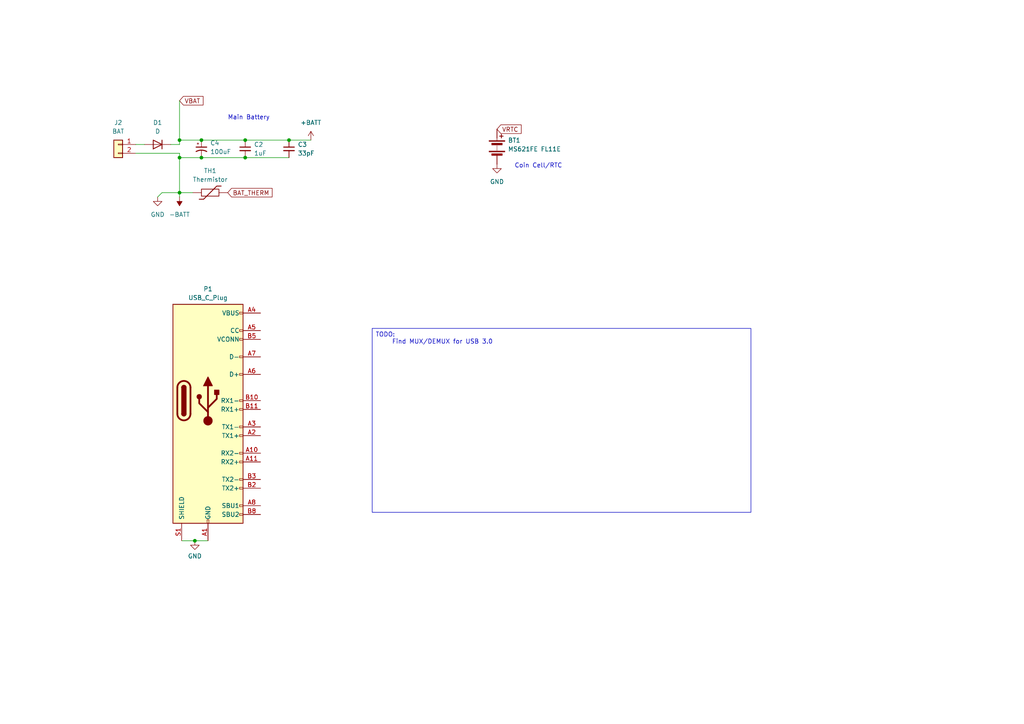
<source format=kicad_sch>
(kicad_sch (version 20230121) (generator eeschema)
  (paper "A4")
  (title_block (title "FusionX") (date "2023-08-15") (rev "1") (comment 1 "License: The Unlicense") (comment 4 "SC600Y Based Smartphone"))
  (lib_symbols
    (symbol "Connector:USB_C_Plug" (pin_names (offset 1.016))
      (property "Reference" "P" (at -10.16 29.21 0))
      (property "Value" "USB_C_Plug" (at 10.16 29.21 0))
      (symbol "USB_C_Plug_0_0"
        (rectangle (start -0.254 -35.56) (end 0.254 -34.544))
        (rectangle (start 10.16 -32.766) (end 9.144 -33.274))
        (rectangle (start 10.16 -30.226) (end 9.144 -30.734))
        (rectangle (start 10.16 -25.146) (end 9.144 -25.654))
        (rectangle (start 10.16 -22.606) (end 9.144 -23.114))
        (rectangle (start 10.16 -17.526) (end 9.144 -18.034))
        (rectangle (start 10.16 -14.986) (end 9.144 -15.494))
        (rectangle (start 10.16 -9.906) (end 9.144 -10.414))
        (rectangle (start 10.16 -7.366) (end 9.144 -7.874))
        (rectangle (start 10.16 -2.286) (end 9.144 -2.794))
        (rectangle (start 10.16 0.254) (end 9.144 -0.254))
        (rectangle (start 10.16 7.874) (end 9.144 7.366))
        (rectangle (start 10.16 12.954) (end 9.144 12.446))
        (rectangle (start 10.16 18.034) (end 9.144 17.526))
        (rectangle (start 10.16 20.574) (end 9.144 20.066))
        (rectangle (start 10.16 25.654) (end 9.144 25.146))
      )
      (symbol "USB_C_Plug_0_1"
        (rectangle (start -10.16 27.94) (end 10.16 -35.56) (stroke (width 0.254)) (fill (type background)))
        (arc (start -8.89 -3.81) (mid -6.985 -5.7067) (end -5.08 -3.81) (stroke (width 0.508)))
        (arc (start -7.62 -3.81) (mid -6.985 -4.4423) (end -6.35 -3.81) (stroke (width 0.254)))
        (arc (start -7.62 -3.81) (mid -6.985 -4.4423) (end -6.35 -3.81) (stroke (width 0.254)) (fill (type outline)))
        (rectangle (start -7.62 -3.81) (end -6.35 3.81) (stroke (width 0.254)) (fill (type outline)))
        (arc (start -6.35 3.81) (mid -6.985 4.4423) (end -7.62 3.81) (stroke (width 0.254)))
        (arc (start -6.35 3.81) (mid -6.985 4.4423) (end -7.62 3.81) (stroke (width 0.254)) (fill (type outline)))
        (arc (start -5.08 3.81) (mid -6.985 5.7067) (end -8.89 3.81) (stroke (width 0.508)))
        (polyline (pts (xy -8.89 -3.81) (xy -8.89 3.81)) (stroke (width 0.508)))
        (polyline (pts (xy -5.08 3.81) (xy -5.08 -3.81)) (stroke (width 0.508)))
      )
      (symbol "USB_C_Plug_1_1"
        (circle (center -2.54 1.143) (radius 0.635) (stroke (width 0.254)) (fill (type outline)))
        (circle (center 0 -5.842) (radius 1.27) (fill (type outline)))
        (polyline (pts (xy 0 -5.842) (xy 0 4.318)) (stroke (width 0.508)))
        (polyline (pts (xy 0 -3.302) (xy -2.54 -0.762) (xy -2.54 0.508)) (stroke (width 0.508)))
        (polyline (pts (xy 0 -2.032) (xy 2.54 0.508) (xy 2.54 1.778)) (stroke (width 0.508)))
        (polyline (pts (xy -1.27 4.318) (xy 0 6.858) (xy 1.27 4.318) (xy -1.27 4.318)) (stroke (width 0.254)) (fill (type outline)))
        (rectangle (start 1.905 1.778) (end 3.175 3.048) (stroke (width 0.254)) (fill (type outline)))
        (pin passive line (at 0 -40.64 90) (length 5.08) (name "GND") (number "A1"))
        (pin bidirectional line (at 15.24 -15.24 180) (length 5.08) (name "RX2-") (number "A10"))
        (pin bidirectional line (at 15.24 -17.78 180) (length 5.08) (name "RX2+") (number "A11"))
        (pin passive line (at 0 -40.64 90) (length 5.08) hide (name "GND") (number "A12"))
        (pin bidirectional line (at 15.24 -10.16 180) (length 5.08) (name "TX1+") (number "A2"))
        (pin bidirectional line (at 15.24 -7.62 180) (length 5.08) (name "TX1-") (number "A3"))
        (pin passive line (at 15.24 25.4 180) (length 5.08) (name "VBUS") (number "A4"))
        (pin bidirectional line (at 15.24 20.32 180) (length 5.08) (name "CC") (number "A5"))
        (pin bidirectional line (at 15.24 7.62 180) (length 5.08) (name "D+") (number "A6"))
        (pin bidirectional line (at 15.24 12.7 180) (length 5.08) (name "D-") (number "A7"))
        (pin bidirectional line (at 15.24 -30.48 180) (length 5.08) (name "SBU1") (number "A8"))
        (pin passive line (at 15.24 25.4 180) (length 5.08) hide (name "VBUS") (number "A9"))
        (pin passive line (at 0 -40.64 90) (length 5.08) hide (name "GND") (number "B1"))
        (pin bidirectional line (at 15.24 0 180) (length 5.08) (name "RX1-") (number "B10"))
        (pin bidirectional line (at 15.24 -2.54 180) (length 5.08) (name "RX1+") (number "B11"))
        (pin passive line (at 0 -40.64 90) (length 5.08) hide (name "GND") (number "B12"))
        (pin bidirectional line (at 15.24 -25.4 180) (length 5.08) (name "TX2+") (number "B2"))
        (pin bidirectional line (at 15.24 -22.86 180) (length 5.08) (name "TX2-") (number "B3"))
        (pin passive line (at 15.24 25.4 180) (length 5.08) hide (name "VBUS") (number "B4"))
        (pin bidirectional line (at 15.24 17.78 180) (length 5.08) (name "VCONN") (number "B5"))
        (pin bidirectional line (at 15.24 -33.02 180) (length 5.08) (name "SBU2") (number "B8"))
        (pin passive line (at 15.24 25.4 180) (length 5.08) hide (name "VBUS") (number "B9"))
        (pin passive line (at -7.62 -40.64 90) (length 5.08) (name "SHIELD") (number "S1"))
      )
    )
    (symbol "Connector_Generic:Conn_01x02" (pin_names (offset 1.016) hide)
      (property "Reference" "J" (at 0 2.54 0))
      (property "Value" "Conn_01x02" (at 0 -5.08 0))
      (symbol "Conn_01x02_1_1"
        (rectangle (start -1.27 -2.413) (end 0 -2.667) (stroke (width 0.1524)))
        (rectangle (start -1.27 0.127) (end 0 -0.127) (stroke (width 0.1524)))
        (rectangle (start -1.27 1.27) (end 1.27 -3.81) (stroke (width 0.254)) (fill (type background)))
        (pin passive line (at -5.08 0 0) (length 3.81) (name "Pin_1") (number "1"))
        (pin passive line (at -5.08 -2.54 0) (length 3.81) (name "Pin_2") (number "2"))
      )
    )
    (symbol "Device:Battery" (pin_numbers hide) (pin_names (offset 0) hide)
      (property "Reference" "BT" (at 2.54 2.54 0))
      (property "Value" "Battery" (at 2.54 0 0))
      (symbol "Battery_0_1"
        (rectangle (start -2.286 -1.27) (end 2.286 -1.524) (fill (type outline)))
        (rectangle (start -2.286 1.778) (end 2.286 1.524) (fill (type outline)))
        (rectangle (start -1.524 -2.032) (end 1.524 -2.54) (fill (type outline)))
        (rectangle (start -1.524 1.016) (end 1.524 0.508) (fill (type outline)))
        (polyline (pts (xy 0 -1.016) (xy 0 -0.762)))
        (polyline (pts (xy 0 -0.508) (xy 0 -0.254)))
        (polyline (pts (xy 0 0) (xy 0 0.254)))
        (polyline (pts (xy 0 1.778) (xy 0 2.54)))
        (polyline (pts (xy 0.762 3.048) (xy 1.778 3.048)) (stroke (width 0.254)))
        (polyline (pts (xy 1.27 3.556) (xy 1.27 2.54)) (stroke (width 0.254)))
      )
      (symbol "Battery_1_1"
        (pin passive line (at 0 5.08 270) (length 2.54) (name "+") (number "1"))
        (pin passive line (at 0 -5.08 90) (length 2.54) (name "-") (number "2"))
      )
    )
    (symbol "Device:C_Polarized_Small_US" (pin_numbers hide) (pin_names (offset 0.254) hide)
      (property "Reference" "C" (at 0.254 1.778 0))
      (property "Value" "C_Polarized_Small_US" (at 0.254 -2.032 0))
      (symbol "C_Polarized_Small_US_0_1"
        (polyline (pts (xy -1.524 0.508) (xy 1.524 0.508)) (stroke (width 0.3048)))
        (polyline (pts (xy -1.27 1.524) (xy -0.762 1.524)))
        (polyline (pts (xy -1.016 1.27) (xy -1.016 1.778)))
        (arc (start 1.524 -0.762) (mid 0 -0.3734) (end -1.524 -0.762) (stroke (width 0.3048)))
      )
      (symbol "C_Polarized_Small_US_1_1"
        (pin passive line (at 0 2.54 270) (length 2.032) (name "~") (number "1"))
        (pin passive line (at 0 -2.54 90) (length 2.032) (name "~") (number "2"))
      )
    )
    (symbol "Device:C_Small" (pin_numbers hide) (pin_names (offset 0.254) hide)
      (property "Reference" "C" (at 0.254 1.778 0))
      (property "Value" "C_Small" (at 0.254 -2.032 0))
      (symbol "C_Small_0_1"
        (polyline (pts (xy -1.524 -0.508) (xy 1.524 -0.508)) (stroke (width 0.3302)))
        (polyline (pts (xy -1.524 0.508) (xy 1.524 0.508)) (stroke (width 0.3048)))
      )
      (symbol "C_Small_1_1"
        (pin passive line (at 0 2.54 270) (length 2.032) (name "~") (number "1"))
        (pin passive line (at 0 -2.54 90) (length 2.032) (name "~") (number "2"))
      )
    )
    (symbol "Device:D" (pin_numbers hide) (pin_names (offset 1.016) hide)
      (property "Reference" "D" (at 0 2.54 0))
      (property "Value" "D" (at 0 -2.54 0))
      (symbol "D_0_1"
        (polyline (pts (xy -1.27 1.27) (xy -1.27 -1.27)) (stroke (width 0.254)))
        (polyline (pts (xy 1.27 0) (xy -1.27 0)))
        (polyline (pts (xy 1.27 1.27) (xy 1.27 -1.27) (xy -1.27 0) (xy 1.27 1.27)) (stroke (width 0.254)))
      )
      (symbol "D_1_1"
        (pin passive line (at -3.81 0 0) (length 2.54) (name "K") (number "1"))
        (pin passive line (at 3.81 0 180) (length 2.54) (name "A") (number "2"))
      )
    )
    (symbol "Device:Thermistor" (pin_numbers hide) (pin_names (offset 0))
      (property "Reference" "TH" (at 2.54 1.27 90))
      (property "Value" "Thermistor" (at -2.54 0 90))
      (symbol "Thermistor_0_1"
        (rectangle (start -1.016 2.54) (end 1.016 -2.54) (stroke (width 0.2032)))
        (polyline (pts (xy -1.905 3.175) (xy -1.905 1.905) (xy 1.905 -1.905) (xy 1.905 -3.175) (xy 1.905 -3.175)) (stroke (width 0.254)))
      )
      (symbol "Thermistor_1_1"
        (pin passive line (at 0 5.08 270) (length 2.54) (name "~") (number "1"))
        (pin passive line (at 0 -5.08 90) (length 2.54) (name "~") (number "2"))
      )
    )
    (symbol "power:+BATT" (power) (pin_names (offset 0))
      (property "Value" "+BATT" (at 0 3.556 0))
      (symbol "+BATT_0_1"
        (polyline (pts (xy -0.762 1.27) (xy 0 2.54)))
        (polyline (pts (xy 0 0) (xy 0 2.54)))
        (polyline (pts (xy 0 2.54) (xy 0.762 1.27)))
      )
      (symbol "+BATT_1_1"
        (pin power_in line (at 0 0 90) (length 0) hide (name "+BATT") (number "1"))
      )
    )
    (symbol "power:-BATT" (power) (pin_names (offset 0))
      (property "Value" "-BATT" (at 0 3.556 0))
      (symbol "-BATT_0_1"
        (polyline (pts (xy 0 0) (xy 0 2.54)))
        (polyline (pts (xy 0.762 1.27) (xy -0.762 1.27) (xy 0 2.54) (xy 0.762 1.27)) (fill (type outline)))
      )
      (symbol "-BATT_1_1"
        (pin power_in line (at 0 0 90) (length 0) hide (name "-BATT") (number "1"))
      )
    )
    (symbol "power:GND" (power) (pin_names (offset 0))
      (property "Value" "GND" (at 0 -3.81 0))
      (symbol "GND_0_1"
        (polyline (pts (xy 0 0) (xy 0 -1.27) (xy 1.27 -1.27) (xy 0 -2.54) (xy -1.27 -1.27) (xy 0 -1.27)))
      )
      (symbol "GND_1_1"
        (pin power_in line (at 0 0 270) (length 0) hide (name "GND") (number "1"))
      )
    )
  )
  (junction (at 52.07 40.64))
  (junction (at 56.515 156.845))
  (junction (at 83.82 40.64))
  (junction (at 71.12 40.64))
  (junction (at 58.42 40.64))
  (junction (at 52.07 45.72))
  (junction (at 58.42 45.72))
  (junction (at 52.07 55.88))
  (junction (at 71.12 45.72))
  (wire (pts (xy 71.12 45.72) (xy 83.82 45.72)))
  (wire (pts (xy 52.07 45.72) (xy 52.07 55.88)))
  (wire (pts (xy 49.53 41.91) (xy 52.07 41.91)))
  (wire (pts (xy 46.99 55.88) (xy 45.72 57.15)))
  (wire (pts (xy 39.37 44.45) (xy 52.07 44.45)))
  (wire (pts (xy 52.07 45.72) (xy 58.42 45.72)))
  (wire (pts (xy 58.42 45.72) (xy 71.12 45.72)))
  (wire (pts (xy 58.42 40.64) (xy 71.12 40.64)))
  (wire (pts (xy 52.07 29.21) (xy 52.07 40.64)))
  (wire (pts (xy 52.07 55.88) (xy 55.88 55.88)))
  (wire (pts (xy 71.12 40.64) (xy 83.82 40.64)))
  (wire (pts (xy 56.515 156.845) (xy 60.325 156.845)))
  (wire (pts (xy 52.07 55.88) (xy 46.99 55.88)))
  (wire (pts (xy 52.705 156.845) (xy 56.515 156.845)))
  (wire (pts (xy 52.07 55.88) (xy 52.07 57.15)))
  (wire (pts (xy 52.07 44.45) (xy 52.07 45.72)))
  (wire (pts (xy 39.37 41.91) (xy 41.91 41.91)))
  (wire (pts (xy 52.07 40.64) (xy 58.42 40.64)))
  (wire (pts (xy 83.82 40.64) (xy 90.17 40.64)))
  (wire (pts (xy 52.07 40.64) (xy 52.07 41.91)))
  (text_box "TODO:\n	Find MUX/DEMUX for USB 3.0\n	" (at 107.95 95.25 0) (size 109.855 53.34) (effects (font (size 1.27 1.27)) (justify left top)))
  (text "Coin Cell/RTC" (at 149.225 48.895 0) (effects (font (size 1.27 1.27)) (justify left bottom)))
  (text "Main Battery" (at 66.04 34.925 0) (effects (font (size 1.27 1.27)) (justify left bottom)))
  (global_label "BAT_THERM" (shape input) (at 66.04 55.88 0) (property "Intersheetrefs" "${INTERSHEET_REFS}" (effects hide)))
  (global_label "VBAT" (shape input) (at 52.07 29.21 0) (property "Intersheetrefs" "${INTERSHEET_REFS}" (effects hide)))
  (global_label "VRTC" (shape input) (at 144.145 37.465 0) (property "Intersheetrefs" "${INTERSHEET_REFS}" (effects hide)))
  (symbol (lib_id "power:GND") (at 56.515 156.845 0) (unit 1)
    (property "Reference" "#PWR05" (effects hide))
    (property "Value" "GND" (at 56.515 161.29 0))
  )
  (symbol (lib_id "Device:C_Small") (at 71.12 43.18 0) (unit 1)
    (property "Reference" "C2" (at 73.66 41.9163 0) (effects (justify left)))
    (property "Value" "1uF" (at 73.66 44.4563 0) (effects (justify left)))
  )
  (symbol (lib_id "Device:C_Polarized_Small_US") (at 58.42 43.18 0) (unit 1)
    (property "Reference" "C4" (at 60.96 41.4782 0) (effects (justify left)))
    (property "Value" "100uF" (at 60.96 44.0182 0) (effects (justify left)))
  )
  (symbol (lib_id "Device:C_Small") (at 83.82 43.18 0) (unit 1)
    (property "Reference" "C3" (at 86.36 41.9163 0) (effects (justify left)))
    (property "Value" "33pF" (at 86.36 44.4563 0) (effects (justify left)))
  )
  (symbol (lib_id "Device:D") (at 45.72 41.91 180) (unit 1)
    (property "Reference" "D1" (at 45.72 35.56 0))
    (property "Value" "D" (at 45.72 38.1 0))
    (property "Sim.Device" "D" (effects hide))
    (property "Sim.Pins" "1=K 2=A" (effects hide))
  )
  (symbol (lib_id "Connector_Generic:Conn_01x02") (at 34.29 41.91 0) (mirror y) (unit 1)
    (property "Reference" "J2" (at 34.29 35.56 0))
    (property "Value" "BAT" (at 34.29 38.1 0))
  )
  (symbol (lib_id "power:-BATT") (at 52.07 57.15 180) (unit 1)
    (property "Reference" "#PWR01" (effects hide))
    (property "Value" "-BATT" (at 52.07 62.23 0))
  )
  (symbol (lib_id "Device:Thermistor") (at 60.96 55.88 90) (unit 1)
    (property "Reference" "TH1" (at 60.96 49.53 90))
    (property "Value" "Thermistor" (at 60.96 52.07 90))
  )
  (symbol (lib_id "power:GND") (at 144.145 47.625 0) (unit 1)
    (property "Reference" "#PWR03" (effects hide))
    (property "Value" "GND" (at 144.145 52.705 0))
  )
  (symbol (lib_id "Connector:USB_C_Plug") (at 60.325 116.205 0) (unit 1)
    (property "Reference" "P1" (at 60.325 83.82 0))
    (property "Value" "USB_C_Plug" (at 60.325 86.36 0))
    (property "Datasheet" "https://www.usb.org/sites/default/files/documents/usb_type-c.zip" (effects hide))
  )
  (symbol (lib_id "Device:Battery") (at 144.145 42.545 0) (unit 1)
    (property "Reference" "BT1" (at 147.32 40.7035 0) (effects (justify left)))
    (property "Value" "MS621FE FL11E" (at 147.32 43.2435 0) (effects (justify left)))
  )
  (symbol (lib_id "power:+BATT") (at 90.17 40.64 0) (unit 1)
    (property "Reference" "#PWR02" (effects hide))
    (property "Value" "+BATT" (at 90.17 35.56 0))
  )
  (symbol (lib_id "power:GND") (at 45.72 57.15 0) (unit 1)
    (property "Reference" "#PWR04" (effects hide))
    (property "Value" "GND" (at 45.72 62.23 0))
  )
)
</source>
